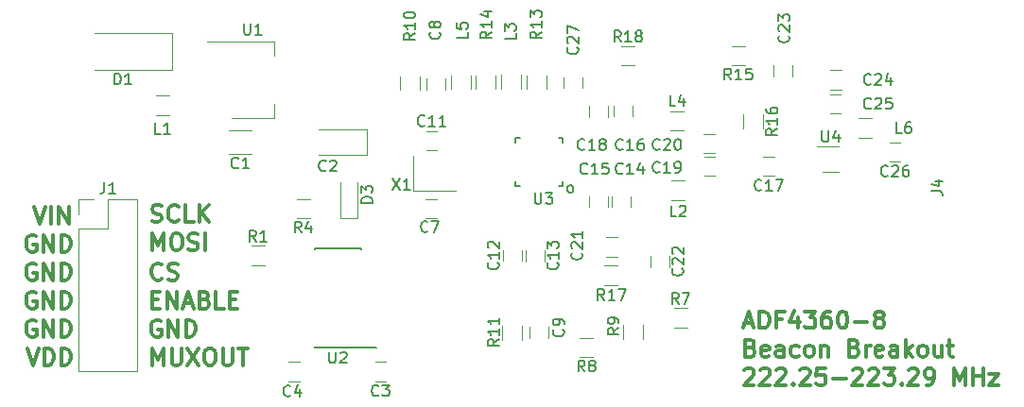
<source format=gbr>
G04 #@! TF.GenerationSoftware,KiCad,Pcbnew,(5.0.0-rc2-dev-311-g1dd4af297)*
G04 #@! TF.CreationDate,2018-06-18T13:27:12-07:00*
G04 #@! TF.ProjectId,beacon_pll,626561636F6E5F706C6C2E6B69636164,rev?*
G04 #@! TF.SameCoordinates,Original*
G04 #@! TF.FileFunction,Legend,Top*
G04 #@! TF.FilePolarity,Positive*
%FSLAX46Y46*%
G04 Gerber Fmt 4.6, Leading zero omitted, Abs format (unit mm)*
G04 Created by KiCad (PCBNEW (5.0.0-rc2-dev-311-g1dd4af297)) date 06/18/18 13:27:12*
%MOMM*%
%LPD*%
G01*
G04 APERTURE LIST*
%ADD10C,0.300000*%
%ADD11C,0.120000*%
%ADD12C,0.152400*%
%ADD13C,0.150000*%
G04 APERTURE END LIST*
D10*
X223746714Y-90283000D02*
X224461000Y-90283000D01*
X223603857Y-90711571D02*
X224103857Y-89211571D01*
X224603857Y-90711571D01*
X225103857Y-90711571D02*
X225103857Y-89211571D01*
X225461000Y-89211571D01*
X225675285Y-89283000D01*
X225818142Y-89425857D01*
X225889571Y-89568714D01*
X225961000Y-89854428D01*
X225961000Y-90068714D01*
X225889571Y-90354428D01*
X225818142Y-90497285D01*
X225675285Y-90640142D01*
X225461000Y-90711571D01*
X225103857Y-90711571D01*
X227103857Y-89925857D02*
X226603857Y-89925857D01*
X226603857Y-90711571D02*
X226603857Y-89211571D01*
X227318142Y-89211571D01*
X228532428Y-89711571D02*
X228532428Y-90711571D01*
X228175285Y-89140142D02*
X227818142Y-90211571D01*
X228746714Y-90211571D01*
X229175285Y-89211571D02*
X230103857Y-89211571D01*
X229603857Y-89783000D01*
X229818142Y-89783000D01*
X229961000Y-89854428D01*
X230032428Y-89925857D01*
X230103857Y-90068714D01*
X230103857Y-90425857D01*
X230032428Y-90568714D01*
X229961000Y-90640142D01*
X229818142Y-90711571D01*
X229389571Y-90711571D01*
X229246714Y-90640142D01*
X229175285Y-90568714D01*
X231389571Y-89211571D02*
X231103857Y-89211571D01*
X230961000Y-89283000D01*
X230889571Y-89354428D01*
X230746714Y-89568714D01*
X230675285Y-89854428D01*
X230675285Y-90425857D01*
X230746714Y-90568714D01*
X230818142Y-90640142D01*
X230961000Y-90711571D01*
X231246714Y-90711571D01*
X231389571Y-90640142D01*
X231461000Y-90568714D01*
X231532428Y-90425857D01*
X231532428Y-90068714D01*
X231461000Y-89925857D01*
X231389571Y-89854428D01*
X231246714Y-89783000D01*
X230961000Y-89783000D01*
X230818142Y-89854428D01*
X230746714Y-89925857D01*
X230675285Y-90068714D01*
X232461000Y-89211571D02*
X232603857Y-89211571D01*
X232746714Y-89283000D01*
X232818142Y-89354428D01*
X232889571Y-89497285D01*
X232961000Y-89783000D01*
X232961000Y-90140142D01*
X232889571Y-90425857D01*
X232818142Y-90568714D01*
X232746714Y-90640142D01*
X232603857Y-90711571D01*
X232461000Y-90711571D01*
X232318142Y-90640142D01*
X232246714Y-90568714D01*
X232175285Y-90425857D01*
X232103857Y-90140142D01*
X232103857Y-89783000D01*
X232175285Y-89497285D01*
X232246714Y-89354428D01*
X232318142Y-89283000D01*
X232461000Y-89211571D01*
X233603857Y-90140142D02*
X234746714Y-90140142D01*
X235675285Y-89854428D02*
X235532428Y-89783000D01*
X235461000Y-89711571D01*
X235389571Y-89568714D01*
X235389571Y-89497285D01*
X235461000Y-89354428D01*
X235532428Y-89283000D01*
X235675285Y-89211571D01*
X235961000Y-89211571D01*
X236103857Y-89283000D01*
X236175285Y-89354428D01*
X236246714Y-89497285D01*
X236246714Y-89568714D01*
X236175285Y-89711571D01*
X236103857Y-89783000D01*
X235961000Y-89854428D01*
X235675285Y-89854428D01*
X235532428Y-89925857D01*
X235461000Y-89997285D01*
X235389571Y-90140142D01*
X235389571Y-90425857D01*
X235461000Y-90568714D01*
X235532428Y-90640142D01*
X235675285Y-90711571D01*
X235961000Y-90711571D01*
X236103857Y-90640142D01*
X236175285Y-90568714D01*
X236246714Y-90425857D01*
X236246714Y-90140142D01*
X236175285Y-89997285D01*
X236103857Y-89925857D01*
X235961000Y-89854428D01*
X224318142Y-92475857D02*
X224532428Y-92547285D01*
X224603857Y-92618714D01*
X224675285Y-92761571D01*
X224675285Y-92975857D01*
X224603857Y-93118714D01*
X224532428Y-93190142D01*
X224389571Y-93261571D01*
X223818142Y-93261571D01*
X223818142Y-91761571D01*
X224318142Y-91761571D01*
X224461000Y-91833000D01*
X224532428Y-91904428D01*
X224603857Y-92047285D01*
X224603857Y-92190142D01*
X224532428Y-92333000D01*
X224461000Y-92404428D01*
X224318142Y-92475857D01*
X223818142Y-92475857D01*
X225889571Y-93190142D02*
X225746714Y-93261571D01*
X225461000Y-93261571D01*
X225318142Y-93190142D01*
X225246714Y-93047285D01*
X225246714Y-92475857D01*
X225318142Y-92333000D01*
X225461000Y-92261571D01*
X225746714Y-92261571D01*
X225889571Y-92333000D01*
X225961000Y-92475857D01*
X225961000Y-92618714D01*
X225246714Y-92761571D01*
X227246714Y-93261571D02*
X227246714Y-92475857D01*
X227175285Y-92333000D01*
X227032428Y-92261571D01*
X226746714Y-92261571D01*
X226603857Y-92333000D01*
X227246714Y-93190142D02*
X227103857Y-93261571D01*
X226746714Y-93261571D01*
X226603857Y-93190142D01*
X226532428Y-93047285D01*
X226532428Y-92904428D01*
X226603857Y-92761571D01*
X226746714Y-92690142D01*
X227103857Y-92690142D01*
X227246714Y-92618714D01*
X228603857Y-93190142D02*
X228461000Y-93261571D01*
X228175285Y-93261571D01*
X228032428Y-93190142D01*
X227961000Y-93118714D01*
X227889571Y-92975857D01*
X227889571Y-92547285D01*
X227961000Y-92404428D01*
X228032428Y-92333000D01*
X228175285Y-92261571D01*
X228461000Y-92261571D01*
X228603857Y-92333000D01*
X229461000Y-93261571D02*
X229318142Y-93190142D01*
X229246714Y-93118714D01*
X229175285Y-92975857D01*
X229175285Y-92547285D01*
X229246714Y-92404428D01*
X229318142Y-92333000D01*
X229461000Y-92261571D01*
X229675285Y-92261571D01*
X229818142Y-92333000D01*
X229889571Y-92404428D01*
X229961000Y-92547285D01*
X229961000Y-92975857D01*
X229889571Y-93118714D01*
X229818142Y-93190142D01*
X229675285Y-93261571D01*
X229461000Y-93261571D01*
X230603857Y-92261571D02*
X230603857Y-93261571D01*
X230603857Y-92404428D02*
X230675285Y-92333000D01*
X230818142Y-92261571D01*
X231032428Y-92261571D01*
X231175285Y-92333000D01*
X231246714Y-92475857D01*
X231246714Y-93261571D01*
X233603857Y-92475857D02*
X233818142Y-92547285D01*
X233889571Y-92618714D01*
X233961000Y-92761571D01*
X233961000Y-92975857D01*
X233889571Y-93118714D01*
X233818142Y-93190142D01*
X233675285Y-93261571D01*
X233103857Y-93261571D01*
X233103857Y-91761571D01*
X233603857Y-91761571D01*
X233746714Y-91833000D01*
X233818142Y-91904428D01*
X233889571Y-92047285D01*
X233889571Y-92190142D01*
X233818142Y-92333000D01*
X233746714Y-92404428D01*
X233603857Y-92475857D01*
X233103857Y-92475857D01*
X234603857Y-93261571D02*
X234603857Y-92261571D01*
X234603857Y-92547285D02*
X234675285Y-92404428D01*
X234746714Y-92333000D01*
X234889571Y-92261571D01*
X235032428Y-92261571D01*
X236103857Y-93190142D02*
X235961000Y-93261571D01*
X235675285Y-93261571D01*
X235532428Y-93190142D01*
X235461000Y-93047285D01*
X235461000Y-92475857D01*
X235532428Y-92333000D01*
X235675285Y-92261571D01*
X235961000Y-92261571D01*
X236103857Y-92333000D01*
X236175285Y-92475857D01*
X236175285Y-92618714D01*
X235461000Y-92761571D01*
X237461000Y-93261571D02*
X237461000Y-92475857D01*
X237389571Y-92333000D01*
X237246714Y-92261571D01*
X236961000Y-92261571D01*
X236818142Y-92333000D01*
X237461000Y-93190142D02*
X237318142Y-93261571D01*
X236961000Y-93261571D01*
X236818142Y-93190142D01*
X236746714Y-93047285D01*
X236746714Y-92904428D01*
X236818142Y-92761571D01*
X236961000Y-92690142D01*
X237318142Y-92690142D01*
X237461000Y-92618714D01*
X238175285Y-93261571D02*
X238175285Y-91761571D01*
X238318142Y-92690142D02*
X238746714Y-93261571D01*
X238746714Y-92261571D02*
X238175285Y-92833000D01*
X239603857Y-93261571D02*
X239461000Y-93190142D01*
X239389571Y-93118714D01*
X239318142Y-92975857D01*
X239318142Y-92547285D01*
X239389571Y-92404428D01*
X239461000Y-92333000D01*
X239603857Y-92261571D01*
X239818142Y-92261571D01*
X239961000Y-92333000D01*
X240032428Y-92404428D01*
X240103857Y-92547285D01*
X240103857Y-92975857D01*
X240032428Y-93118714D01*
X239961000Y-93190142D01*
X239818142Y-93261571D01*
X239603857Y-93261571D01*
X241389571Y-92261571D02*
X241389571Y-93261571D01*
X240746714Y-92261571D02*
X240746714Y-93047285D01*
X240818142Y-93190142D01*
X240961000Y-93261571D01*
X241175285Y-93261571D01*
X241318142Y-93190142D01*
X241389571Y-93118714D01*
X241889571Y-92261571D02*
X242461000Y-92261571D01*
X242103857Y-91761571D02*
X242103857Y-93047285D01*
X242175285Y-93190142D01*
X242318142Y-93261571D01*
X242461000Y-93261571D01*
X223746714Y-94454428D02*
X223818142Y-94383000D01*
X223961000Y-94311571D01*
X224318142Y-94311571D01*
X224461000Y-94383000D01*
X224532428Y-94454428D01*
X224603857Y-94597285D01*
X224603857Y-94740142D01*
X224532428Y-94954428D01*
X223675285Y-95811571D01*
X224603857Y-95811571D01*
X225175285Y-94454428D02*
X225246714Y-94383000D01*
X225389571Y-94311571D01*
X225746714Y-94311571D01*
X225889571Y-94383000D01*
X225961000Y-94454428D01*
X226032428Y-94597285D01*
X226032428Y-94740142D01*
X225961000Y-94954428D01*
X225103857Y-95811571D01*
X226032428Y-95811571D01*
X226603857Y-94454428D02*
X226675285Y-94383000D01*
X226818142Y-94311571D01*
X227175285Y-94311571D01*
X227318142Y-94383000D01*
X227389571Y-94454428D01*
X227461000Y-94597285D01*
X227461000Y-94740142D01*
X227389571Y-94954428D01*
X226532428Y-95811571D01*
X227461000Y-95811571D01*
X228103857Y-95668714D02*
X228175285Y-95740142D01*
X228103857Y-95811571D01*
X228032428Y-95740142D01*
X228103857Y-95668714D01*
X228103857Y-95811571D01*
X228746714Y-94454428D02*
X228818142Y-94383000D01*
X228961000Y-94311571D01*
X229318142Y-94311571D01*
X229461000Y-94383000D01*
X229532428Y-94454428D01*
X229603857Y-94597285D01*
X229603857Y-94740142D01*
X229532428Y-94954428D01*
X228675285Y-95811571D01*
X229603857Y-95811571D01*
X230961000Y-94311571D02*
X230246714Y-94311571D01*
X230175285Y-95025857D01*
X230246714Y-94954428D01*
X230389571Y-94883000D01*
X230746714Y-94883000D01*
X230889571Y-94954428D01*
X230961000Y-95025857D01*
X231032428Y-95168714D01*
X231032428Y-95525857D01*
X230961000Y-95668714D01*
X230889571Y-95740142D01*
X230746714Y-95811571D01*
X230389571Y-95811571D01*
X230246714Y-95740142D01*
X230175285Y-95668714D01*
X231675285Y-95240142D02*
X232818142Y-95240142D01*
X233461000Y-94454428D02*
X233532428Y-94383000D01*
X233675285Y-94311571D01*
X234032428Y-94311571D01*
X234175285Y-94383000D01*
X234246714Y-94454428D01*
X234318142Y-94597285D01*
X234318142Y-94740142D01*
X234246714Y-94954428D01*
X233389571Y-95811571D01*
X234318142Y-95811571D01*
X234889571Y-94454428D02*
X234961000Y-94383000D01*
X235103857Y-94311571D01*
X235461000Y-94311571D01*
X235603857Y-94383000D01*
X235675285Y-94454428D01*
X235746714Y-94597285D01*
X235746714Y-94740142D01*
X235675285Y-94954428D01*
X234818142Y-95811571D01*
X235746714Y-95811571D01*
X236246714Y-94311571D02*
X237175285Y-94311571D01*
X236675285Y-94883000D01*
X236889571Y-94883000D01*
X237032428Y-94954428D01*
X237103857Y-95025857D01*
X237175285Y-95168714D01*
X237175285Y-95525857D01*
X237103857Y-95668714D01*
X237032428Y-95740142D01*
X236889571Y-95811571D01*
X236461000Y-95811571D01*
X236318142Y-95740142D01*
X236246714Y-95668714D01*
X237818142Y-95668714D02*
X237889571Y-95740142D01*
X237818142Y-95811571D01*
X237746714Y-95740142D01*
X237818142Y-95668714D01*
X237818142Y-95811571D01*
X238461000Y-94454428D02*
X238532428Y-94383000D01*
X238675285Y-94311571D01*
X239032428Y-94311571D01*
X239175285Y-94383000D01*
X239246714Y-94454428D01*
X239318142Y-94597285D01*
X239318142Y-94740142D01*
X239246714Y-94954428D01*
X238389571Y-95811571D01*
X239318142Y-95811571D01*
X240032428Y-95811571D02*
X240318142Y-95811571D01*
X240461000Y-95740142D01*
X240532428Y-95668714D01*
X240675285Y-95454428D01*
X240746714Y-95168714D01*
X240746714Y-94597285D01*
X240675285Y-94454428D01*
X240603857Y-94383000D01*
X240461000Y-94311571D01*
X240175285Y-94311571D01*
X240032428Y-94383000D01*
X239961000Y-94454428D01*
X239889571Y-94597285D01*
X239889571Y-94954428D01*
X239961000Y-95097285D01*
X240032428Y-95168714D01*
X240175285Y-95240142D01*
X240461000Y-95240142D01*
X240603857Y-95168714D01*
X240675285Y-95097285D01*
X240746714Y-94954428D01*
X242532428Y-95811571D02*
X242532428Y-94311571D01*
X243032428Y-95383000D01*
X243532428Y-94311571D01*
X243532428Y-95811571D01*
X244246714Y-95811571D02*
X244246714Y-94311571D01*
X244246714Y-95025857D02*
X245103857Y-95025857D01*
X245103857Y-95811571D02*
X245103857Y-94311571D01*
X245675285Y-94811571D02*
X246461000Y-94811571D01*
X245675285Y-95811571D01*
X246461000Y-95811571D01*
X159544000Y-92523571D02*
X160044000Y-94023571D01*
X160544000Y-92523571D01*
X161044000Y-94023571D02*
X161044000Y-92523571D01*
X161401142Y-92523571D01*
X161615428Y-92595000D01*
X161758285Y-92737857D01*
X161829714Y-92880714D01*
X161901142Y-93166428D01*
X161901142Y-93380714D01*
X161829714Y-93666428D01*
X161758285Y-93809285D01*
X161615428Y-93952142D01*
X161401142Y-94023571D01*
X161044000Y-94023571D01*
X162544000Y-94023571D02*
X162544000Y-92523571D01*
X162901142Y-92523571D01*
X163115428Y-92595000D01*
X163258285Y-92737857D01*
X163329714Y-92880714D01*
X163401142Y-93166428D01*
X163401142Y-93380714D01*
X163329714Y-93666428D01*
X163258285Y-93809285D01*
X163115428Y-93952142D01*
X162901142Y-94023571D01*
X162544000Y-94023571D01*
X160274142Y-90055000D02*
X160131285Y-89983571D01*
X159917000Y-89983571D01*
X159702714Y-90055000D01*
X159559857Y-90197857D01*
X159488428Y-90340714D01*
X159417000Y-90626428D01*
X159417000Y-90840714D01*
X159488428Y-91126428D01*
X159559857Y-91269285D01*
X159702714Y-91412142D01*
X159917000Y-91483571D01*
X160059857Y-91483571D01*
X160274142Y-91412142D01*
X160345571Y-91340714D01*
X160345571Y-90840714D01*
X160059857Y-90840714D01*
X160988428Y-91483571D02*
X160988428Y-89983571D01*
X161845571Y-91483571D01*
X161845571Y-89983571D01*
X162559857Y-91483571D02*
X162559857Y-89983571D01*
X162917000Y-89983571D01*
X163131285Y-90055000D01*
X163274142Y-90197857D01*
X163345571Y-90340714D01*
X163417000Y-90626428D01*
X163417000Y-90840714D01*
X163345571Y-91126428D01*
X163274142Y-91269285D01*
X163131285Y-91412142D01*
X162917000Y-91483571D01*
X162559857Y-91483571D01*
X160274142Y-87515000D02*
X160131285Y-87443571D01*
X159917000Y-87443571D01*
X159702714Y-87515000D01*
X159559857Y-87657857D01*
X159488428Y-87800714D01*
X159417000Y-88086428D01*
X159417000Y-88300714D01*
X159488428Y-88586428D01*
X159559857Y-88729285D01*
X159702714Y-88872142D01*
X159917000Y-88943571D01*
X160059857Y-88943571D01*
X160274142Y-88872142D01*
X160345571Y-88800714D01*
X160345571Y-88300714D01*
X160059857Y-88300714D01*
X160988428Y-88943571D02*
X160988428Y-87443571D01*
X161845571Y-88943571D01*
X161845571Y-87443571D01*
X162559857Y-88943571D02*
X162559857Y-87443571D01*
X162917000Y-87443571D01*
X163131285Y-87515000D01*
X163274142Y-87657857D01*
X163345571Y-87800714D01*
X163417000Y-88086428D01*
X163417000Y-88300714D01*
X163345571Y-88586428D01*
X163274142Y-88729285D01*
X163131285Y-88872142D01*
X162917000Y-88943571D01*
X162559857Y-88943571D01*
X160274142Y-84975000D02*
X160131285Y-84903571D01*
X159917000Y-84903571D01*
X159702714Y-84975000D01*
X159559857Y-85117857D01*
X159488428Y-85260714D01*
X159417000Y-85546428D01*
X159417000Y-85760714D01*
X159488428Y-86046428D01*
X159559857Y-86189285D01*
X159702714Y-86332142D01*
X159917000Y-86403571D01*
X160059857Y-86403571D01*
X160274142Y-86332142D01*
X160345571Y-86260714D01*
X160345571Y-85760714D01*
X160059857Y-85760714D01*
X160988428Y-86403571D02*
X160988428Y-84903571D01*
X161845571Y-86403571D01*
X161845571Y-84903571D01*
X162559857Y-86403571D02*
X162559857Y-84903571D01*
X162917000Y-84903571D01*
X163131285Y-84975000D01*
X163274142Y-85117857D01*
X163345571Y-85260714D01*
X163417000Y-85546428D01*
X163417000Y-85760714D01*
X163345571Y-86046428D01*
X163274142Y-86189285D01*
X163131285Y-86332142D01*
X162917000Y-86403571D01*
X162559857Y-86403571D01*
X160274142Y-82435000D02*
X160131285Y-82363571D01*
X159917000Y-82363571D01*
X159702714Y-82435000D01*
X159559857Y-82577857D01*
X159488428Y-82720714D01*
X159417000Y-83006428D01*
X159417000Y-83220714D01*
X159488428Y-83506428D01*
X159559857Y-83649285D01*
X159702714Y-83792142D01*
X159917000Y-83863571D01*
X160059857Y-83863571D01*
X160274142Y-83792142D01*
X160345571Y-83720714D01*
X160345571Y-83220714D01*
X160059857Y-83220714D01*
X160988428Y-83863571D02*
X160988428Y-82363571D01*
X161845571Y-83863571D01*
X161845571Y-82363571D01*
X162559857Y-83863571D02*
X162559857Y-82363571D01*
X162917000Y-82363571D01*
X163131285Y-82435000D01*
X163274142Y-82577857D01*
X163345571Y-82720714D01*
X163417000Y-83006428D01*
X163417000Y-83220714D01*
X163345571Y-83506428D01*
X163274142Y-83649285D01*
X163131285Y-83792142D01*
X162917000Y-83863571D01*
X162559857Y-83863571D01*
X160155142Y-79823571D02*
X160655142Y-81323571D01*
X161155142Y-79823571D01*
X161655142Y-81323571D02*
X161655142Y-79823571D01*
X162369428Y-81323571D02*
X162369428Y-79823571D01*
X163226571Y-81323571D01*
X163226571Y-79823571D01*
X170736142Y-94023571D02*
X170736142Y-92523571D01*
X171236142Y-93595000D01*
X171736142Y-92523571D01*
X171736142Y-94023571D01*
X172450428Y-92523571D02*
X172450428Y-93737857D01*
X172521857Y-93880714D01*
X172593285Y-93952142D01*
X172736142Y-94023571D01*
X173021857Y-94023571D01*
X173164714Y-93952142D01*
X173236142Y-93880714D01*
X173307571Y-93737857D01*
X173307571Y-92523571D01*
X173879000Y-92523571D02*
X174879000Y-94023571D01*
X174879000Y-92523571D02*
X173879000Y-94023571D01*
X175736142Y-92523571D02*
X176021857Y-92523571D01*
X176164714Y-92595000D01*
X176307571Y-92737857D01*
X176379000Y-93023571D01*
X176379000Y-93523571D01*
X176307571Y-93809285D01*
X176164714Y-93952142D01*
X176021857Y-94023571D01*
X175736142Y-94023571D01*
X175593285Y-93952142D01*
X175450428Y-93809285D01*
X175379000Y-93523571D01*
X175379000Y-93023571D01*
X175450428Y-92737857D01*
X175593285Y-92595000D01*
X175736142Y-92523571D01*
X177021857Y-92523571D02*
X177021857Y-93737857D01*
X177093285Y-93880714D01*
X177164714Y-93952142D01*
X177307571Y-94023571D01*
X177593285Y-94023571D01*
X177736142Y-93952142D01*
X177807571Y-93880714D01*
X177879000Y-93737857D01*
X177879000Y-92523571D01*
X178379000Y-92523571D02*
X179236142Y-92523571D01*
X178807571Y-94023571D02*
X178807571Y-92523571D01*
X171450142Y-90055000D02*
X171307285Y-89983571D01*
X171093000Y-89983571D01*
X170878714Y-90055000D01*
X170735857Y-90197857D01*
X170664428Y-90340714D01*
X170593000Y-90626428D01*
X170593000Y-90840714D01*
X170664428Y-91126428D01*
X170735857Y-91269285D01*
X170878714Y-91412142D01*
X171093000Y-91483571D01*
X171235857Y-91483571D01*
X171450142Y-91412142D01*
X171521571Y-91340714D01*
X171521571Y-90840714D01*
X171235857Y-90840714D01*
X172164428Y-91483571D02*
X172164428Y-89983571D01*
X173021571Y-91483571D01*
X173021571Y-89983571D01*
X173735857Y-91483571D02*
X173735857Y-89983571D01*
X174093000Y-89983571D01*
X174307285Y-90055000D01*
X174450142Y-90197857D01*
X174521571Y-90340714D01*
X174593000Y-90626428D01*
X174593000Y-90840714D01*
X174521571Y-91126428D01*
X174450142Y-91269285D01*
X174307285Y-91412142D01*
X174093000Y-91483571D01*
X173735857Y-91483571D01*
X170712285Y-88157857D02*
X171212285Y-88157857D01*
X171426571Y-88943571D02*
X170712285Y-88943571D01*
X170712285Y-87443571D01*
X171426571Y-87443571D01*
X172069428Y-88943571D02*
X172069428Y-87443571D01*
X172926571Y-88943571D01*
X172926571Y-87443571D01*
X173569428Y-88515000D02*
X174283714Y-88515000D01*
X173426571Y-88943571D02*
X173926571Y-87443571D01*
X174426571Y-88943571D01*
X175426571Y-88157857D02*
X175640857Y-88229285D01*
X175712285Y-88300714D01*
X175783714Y-88443571D01*
X175783714Y-88657857D01*
X175712285Y-88800714D01*
X175640857Y-88872142D01*
X175498000Y-88943571D01*
X174926571Y-88943571D01*
X174926571Y-87443571D01*
X175426571Y-87443571D01*
X175569428Y-87515000D01*
X175640857Y-87586428D01*
X175712285Y-87729285D01*
X175712285Y-87872142D01*
X175640857Y-88015000D01*
X175569428Y-88086428D01*
X175426571Y-88157857D01*
X174926571Y-88157857D01*
X177140857Y-88943571D02*
X176426571Y-88943571D01*
X176426571Y-87443571D01*
X177640857Y-88157857D02*
X178140857Y-88157857D01*
X178355142Y-88943571D02*
X177640857Y-88943571D01*
X177640857Y-87443571D01*
X178355142Y-87443571D01*
X171581000Y-86260714D02*
X171509571Y-86332142D01*
X171295285Y-86403571D01*
X171152428Y-86403571D01*
X170938142Y-86332142D01*
X170795285Y-86189285D01*
X170723857Y-86046428D01*
X170652428Y-85760714D01*
X170652428Y-85546428D01*
X170723857Y-85260714D01*
X170795285Y-85117857D01*
X170938142Y-84975000D01*
X171152428Y-84903571D01*
X171295285Y-84903571D01*
X171509571Y-84975000D01*
X171581000Y-85046428D01*
X172152428Y-86332142D02*
X172366714Y-86403571D01*
X172723857Y-86403571D01*
X172866714Y-86332142D01*
X172938142Y-86260714D01*
X173009571Y-86117857D01*
X173009571Y-85975000D01*
X172938142Y-85832142D01*
X172866714Y-85760714D01*
X172723857Y-85689285D01*
X172438142Y-85617857D01*
X172295285Y-85546428D01*
X172223857Y-85475000D01*
X172152428Y-85332142D01*
X172152428Y-85189285D01*
X172223857Y-85046428D01*
X172295285Y-84975000D01*
X172438142Y-84903571D01*
X172795285Y-84903571D01*
X173009571Y-84975000D01*
X170743857Y-83736571D02*
X170743857Y-82236571D01*
X171243857Y-83308000D01*
X171743857Y-82236571D01*
X171743857Y-83736571D01*
X172743857Y-82236571D02*
X173029571Y-82236571D01*
X173172428Y-82308000D01*
X173315285Y-82450857D01*
X173386714Y-82736571D01*
X173386714Y-83236571D01*
X173315285Y-83522285D01*
X173172428Y-83665142D01*
X173029571Y-83736571D01*
X172743857Y-83736571D01*
X172601000Y-83665142D01*
X172458142Y-83522285D01*
X172386714Y-83236571D01*
X172386714Y-82736571D01*
X172458142Y-82450857D01*
X172601000Y-82308000D01*
X172743857Y-82236571D01*
X173958142Y-83665142D02*
X174172428Y-83736571D01*
X174529571Y-83736571D01*
X174672428Y-83665142D01*
X174743857Y-83593714D01*
X174815285Y-83450857D01*
X174815285Y-83308000D01*
X174743857Y-83165142D01*
X174672428Y-83093714D01*
X174529571Y-83022285D01*
X174243857Y-82950857D01*
X174101000Y-82879428D01*
X174029571Y-82808000D01*
X173958142Y-82665142D01*
X173958142Y-82522285D01*
X174029571Y-82379428D01*
X174101000Y-82308000D01*
X174243857Y-82236571D01*
X174601000Y-82236571D01*
X174815285Y-82308000D01*
X175458142Y-83736571D02*
X175458142Y-82236571D01*
X170692285Y-81125142D02*
X170906571Y-81196571D01*
X171263714Y-81196571D01*
X171406571Y-81125142D01*
X171478000Y-81053714D01*
X171549428Y-80910857D01*
X171549428Y-80768000D01*
X171478000Y-80625142D01*
X171406571Y-80553714D01*
X171263714Y-80482285D01*
X170978000Y-80410857D01*
X170835142Y-80339428D01*
X170763714Y-80268000D01*
X170692285Y-80125142D01*
X170692285Y-79982285D01*
X170763714Y-79839428D01*
X170835142Y-79768000D01*
X170978000Y-79696571D01*
X171335142Y-79696571D01*
X171549428Y-79768000D01*
X173049428Y-81053714D02*
X172978000Y-81125142D01*
X172763714Y-81196571D01*
X172620857Y-81196571D01*
X172406571Y-81125142D01*
X172263714Y-80982285D01*
X172192285Y-80839428D01*
X172120857Y-80553714D01*
X172120857Y-80339428D01*
X172192285Y-80053714D01*
X172263714Y-79910857D01*
X172406571Y-79768000D01*
X172620857Y-79696571D01*
X172763714Y-79696571D01*
X172978000Y-79768000D01*
X173049428Y-79839428D01*
X174406571Y-81196571D02*
X173692285Y-81196571D01*
X173692285Y-79696571D01*
X174906571Y-81196571D02*
X174906571Y-79696571D01*
X175763714Y-81196571D02*
X175120857Y-80339428D01*
X175763714Y-79696571D02*
X174906571Y-80553714D01*
D11*
X172224000Y-71619000D02*
X171024000Y-71619000D01*
X171024000Y-69859000D02*
X172224000Y-69859000D01*
X175605000Y-65043000D02*
X181615000Y-65043000D01*
X177855000Y-71863000D02*
X181615000Y-71863000D01*
X181615000Y-65043000D02*
X181615000Y-66303000D01*
X181615000Y-71863000D02*
X181615000Y-70603000D01*
X177594000Y-75061000D02*
X179594000Y-75061000D01*
X179594000Y-73021000D02*
X177594000Y-73021000D01*
X172461000Y-67563000D02*
X165561000Y-67563000D01*
X172461000Y-64263000D02*
X165561000Y-64263000D01*
X172461000Y-67563000D02*
X172461000Y-64263000D01*
X189912000Y-75191000D02*
X189912000Y-72891000D01*
X189912000Y-72891000D02*
X185612000Y-72891000D01*
X189912000Y-75191000D02*
X185612000Y-75191000D01*
X196187000Y-79160000D02*
X195187000Y-79160000D01*
X195187000Y-80860000D02*
X196187000Y-80860000D01*
X196938000Y-69314000D02*
X196938000Y-68314000D01*
X195238000Y-68314000D02*
X195238000Y-69314000D01*
X206209000Y-91579000D02*
X206209000Y-90579000D01*
X204509000Y-90579000D02*
X204509000Y-91579000D01*
X196227000Y-73064000D02*
X195227000Y-73064000D01*
X195227000Y-74764000D02*
X196227000Y-74764000D01*
X202116000Y-83701000D02*
X202116000Y-84701000D01*
X203816000Y-84701000D02*
X203816000Y-83701000D01*
X205828000Y-84721000D02*
X205828000Y-83721000D01*
X204128000Y-83721000D02*
X204128000Y-84721000D01*
X213575000Y-79875000D02*
X213575000Y-78875000D01*
X211875000Y-78875000D02*
X211875000Y-79875000D01*
X209843000Y-78875000D02*
X209843000Y-79875000D01*
X211543000Y-79875000D02*
X211543000Y-78875000D01*
X213702000Y-71747000D02*
X213702000Y-70747000D01*
X212002000Y-70747000D02*
X212002000Y-71747000D01*
X226413000Y-75350000D02*
X225413000Y-75350000D01*
X225413000Y-77050000D02*
X226413000Y-77050000D01*
X211543000Y-71767000D02*
X211543000Y-70767000D01*
X209843000Y-70767000D02*
X209843000Y-71767000D01*
X221119000Y-75350000D02*
X220119000Y-75350000D01*
X220119000Y-77050000D02*
X221119000Y-77050000D01*
X221079000Y-73318000D02*
X220079000Y-73318000D01*
X220079000Y-75018000D02*
X221079000Y-75018000D01*
X212336000Y-82589000D02*
X211336000Y-82589000D01*
X211336000Y-84289000D02*
X212336000Y-84289000D01*
X215304000Y-84229000D02*
X215304000Y-85229000D01*
X217004000Y-85229000D02*
X217004000Y-84229000D01*
X226353000Y-67171000D02*
X226353000Y-68171000D01*
X228053000Y-68171000D02*
X228053000Y-67171000D01*
X231402000Y-69303000D02*
X232402000Y-69303000D01*
X232402000Y-67603000D02*
X231402000Y-67603000D01*
X232382000Y-69762000D02*
X231382000Y-69762000D01*
X231382000Y-71462000D02*
X232382000Y-71462000D01*
X237716000Y-74080000D02*
X236716000Y-74080000D01*
X236716000Y-75780000D02*
X237716000Y-75780000D01*
X209257000Y-69207000D02*
X209257000Y-68207000D01*
X207557000Y-68207000D02*
X207557000Y-69207000D01*
X187591000Y-80860000D02*
X189091000Y-80860000D01*
X187591000Y-80860000D02*
X187591000Y-77660000D01*
X189091000Y-77660000D02*
X189091000Y-80860000D01*
X218405000Y-79239000D02*
X217205000Y-79239000D01*
X217205000Y-77479000D02*
X218405000Y-77479000D01*
X201939000Y-69227000D02*
X201939000Y-68027000D01*
X203699000Y-68027000D02*
X203699000Y-69227000D01*
X217125000Y-71256000D02*
X218325000Y-71256000D01*
X218325000Y-73016000D02*
X217125000Y-73016000D01*
X199254000Y-68060000D02*
X199254000Y-69260000D01*
X197494000Y-69260000D02*
X197494000Y-68060000D01*
X235122000Y-73651000D02*
X233922000Y-73651000D01*
X233922000Y-71891000D02*
X235122000Y-71891000D01*
X183630000Y-79130000D02*
X184830000Y-79130000D01*
X184830000Y-80890000D02*
X183630000Y-80890000D01*
X217412000Y-88909000D02*
X218612000Y-88909000D01*
X218612000Y-90669000D02*
X217412000Y-90669000D01*
X208997000Y-91576000D02*
X210197000Y-91576000D01*
X210197000Y-93336000D02*
X208997000Y-93336000D01*
X214621000Y-90459000D02*
X214621000Y-91659000D01*
X212861000Y-91659000D02*
X212861000Y-90459000D01*
X192922000Y-69354000D02*
X192922000Y-68154000D01*
X194682000Y-68154000D02*
X194682000Y-69354000D01*
X203826000Y-90539000D02*
X203826000Y-91739000D01*
X202066000Y-91739000D02*
X202066000Y-90539000D01*
X205985000Y-68060000D02*
X205985000Y-69260000D01*
X204225000Y-69260000D02*
X204225000Y-68060000D01*
X199653000Y-69260000D02*
X199653000Y-68060000D01*
X201413000Y-68060000D02*
X201413000Y-69260000D01*
X223786000Y-67174000D02*
X222586000Y-67174000D01*
X222586000Y-65414000D02*
X223786000Y-65414000D01*
X225416000Y-71583000D02*
X225416000Y-72783000D01*
X223656000Y-72783000D02*
X223656000Y-71583000D01*
X212356000Y-86859000D02*
X211156000Y-86859000D01*
X211156000Y-85099000D02*
X212356000Y-85099000D01*
X212713000Y-65414000D02*
X213913000Y-65414000D01*
X213913000Y-67174000D02*
X212713000Y-67174000D01*
D12*
X207094140Y-77939900D02*
X207479900Y-77939900D01*
X203238100Y-77554140D02*
X203238100Y-77939900D01*
X203623860Y-73698100D02*
X203238100Y-73698100D01*
X207479900Y-74083860D02*
X207479900Y-73698100D01*
X207479900Y-77939900D02*
X207479900Y-77554140D01*
X203238100Y-77939900D02*
X203623860Y-77939900D01*
X203238100Y-73698100D02*
X203238100Y-74083860D01*
X207479900Y-73698100D02*
X207094140Y-73698100D01*
D11*
X230754000Y-76725000D02*
X232154000Y-76725000D01*
X232154000Y-74405000D02*
X230254000Y-74405000D01*
X194061000Y-78410000D02*
X197861000Y-78410000D01*
X194061000Y-75260000D02*
X194061000Y-78410000D01*
X190655000Y-95465000D02*
X191655000Y-95465000D01*
X191655000Y-93765000D02*
X190655000Y-93765000D01*
X182888000Y-95465000D02*
X183888000Y-95465000D01*
X183888000Y-93765000D02*
X182888000Y-93765000D01*
X164151000Y-79188000D02*
X165481000Y-79188000D01*
X164151000Y-80518000D02*
X164151000Y-79188000D01*
X166751000Y-79188000D02*
X169351000Y-79188000D01*
X166751000Y-81788000D02*
X166751000Y-79188000D01*
X164151000Y-81788000D02*
X166751000Y-81788000D01*
X169351000Y-79188000D02*
X169351000Y-94548000D01*
X164151000Y-81788000D02*
X164151000Y-94548000D01*
X164151000Y-94548000D02*
X169351000Y-94548000D01*
X179566000Y-83321000D02*
X180766000Y-83321000D01*
X180766000Y-85081000D02*
X179566000Y-85081000D01*
D13*
X189400000Y-92436000D02*
X190775000Y-92436000D01*
X189400000Y-83561000D02*
X185250000Y-83561000D01*
X189400000Y-92461000D02*
X185250000Y-92461000D01*
X189400000Y-83561000D02*
X189400000Y-83676000D01*
X185250000Y-83561000D02*
X185250000Y-83676000D01*
X185250000Y-92461000D02*
X185250000Y-92346000D01*
X189400000Y-92461000D02*
X189400000Y-92436000D01*
X171457333Y-73291380D02*
X170981142Y-73291380D01*
X170981142Y-72291380D01*
X172314476Y-73291380D02*
X171743047Y-73291380D01*
X172028761Y-73291380D02*
X172028761Y-72291380D01*
X171933523Y-72434238D01*
X171838285Y-72529476D01*
X171743047Y-72577095D01*
X178943095Y-63405380D02*
X178943095Y-64214904D01*
X178990714Y-64310142D01*
X179038333Y-64357761D01*
X179133571Y-64405380D01*
X179324047Y-64405380D01*
X179419285Y-64357761D01*
X179466904Y-64310142D01*
X179514523Y-64214904D01*
X179514523Y-63405380D01*
X180514523Y-64405380D02*
X179943095Y-64405380D01*
X180228809Y-64405380D02*
X180228809Y-63405380D01*
X180133571Y-63548238D01*
X180038333Y-63643476D01*
X179943095Y-63691095D01*
X178427333Y-76303142D02*
X178379714Y-76350761D01*
X178236857Y-76398380D01*
X178141619Y-76398380D01*
X177998761Y-76350761D01*
X177903523Y-76255523D01*
X177855904Y-76160285D01*
X177808285Y-75969809D01*
X177808285Y-75826952D01*
X177855904Y-75636476D01*
X177903523Y-75541238D01*
X177998761Y-75446000D01*
X178141619Y-75398380D01*
X178236857Y-75398380D01*
X178379714Y-75446000D01*
X178427333Y-75493619D01*
X179379714Y-76398380D02*
X178808285Y-76398380D01*
X179094000Y-76398380D02*
X179094000Y-75398380D01*
X178998761Y-75541238D01*
X178903523Y-75636476D01*
X178808285Y-75684095D01*
X167322904Y-68865380D02*
X167322904Y-67865380D01*
X167561000Y-67865380D01*
X167703857Y-67913000D01*
X167799095Y-68008238D01*
X167846714Y-68103476D01*
X167894333Y-68293952D01*
X167894333Y-68436809D01*
X167846714Y-68627285D01*
X167799095Y-68722523D01*
X167703857Y-68817761D01*
X167561000Y-68865380D01*
X167322904Y-68865380D01*
X168846714Y-68865380D02*
X168275285Y-68865380D01*
X168561000Y-68865380D02*
X168561000Y-67865380D01*
X168465761Y-68008238D01*
X168370523Y-68103476D01*
X168275285Y-68151095D01*
X186269333Y-76557142D02*
X186221714Y-76604761D01*
X186078857Y-76652380D01*
X185983619Y-76652380D01*
X185840761Y-76604761D01*
X185745523Y-76509523D01*
X185697904Y-76414285D01*
X185650285Y-76223809D01*
X185650285Y-76080952D01*
X185697904Y-75890476D01*
X185745523Y-75795238D01*
X185840761Y-75700000D01*
X185983619Y-75652380D01*
X186078857Y-75652380D01*
X186221714Y-75700000D01*
X186269333Y-75747619D01*
X186650285Y-75747619D02*
X186697904Y-75700000D01*
X186793142Y-75652380D01*
X187031238Y-75652380D01*
X187126476Y-75700000D01*
X187174095Y-75747619D01*
X187221714Y-75842857D01*
X187221714Y-75938095D01*
X187174095Y-76080952D01*
X186602666Y-76652380D01*
X187221714Y-76652380D01*
X195393333Y-82018142D02*
X195345714Y-82065761D01*
X195202857Y-82113380D01*
X195107619Y-82113380D01*
X194964761Y-82065761D01*
X194869523Y-81970523D01*
X194821904Y-81875285D01*
X194774285Y-81684809D01*
X194774285Y-81541952D01*
X194821904Y-81351476D01*
X194869523Y-81256238D01*
X194964761Y-81161000D01*
X195107619Y-81113380D01*
X195202857Y-81113380D01*
X195345714Y-81161000D01*
X195393333Y-81208619D01*
X195726666Y-81113380D02*
X196393333Y-81113380D01*
X195964761Y-82113380D01*
X196445142Y-64174666D02*
X196492761Y-64222285D01*
X196540380Y-64365142D01*
X196540380Y-64460380D01*
X196492761Y-64603238D01*
X196397523Y-64698476D01*
X196302285Y-64746095D01*
X196111809Y-64793714D01*
X195968952Y-64793714D01*
X195778476Y-64746095D01*
X195683238Y-64698476D01*
X195588000Y-64603238D01*
X195540380Y-64460380D01*
X195540380Y-64365142D01*
X195588000Y-64222285D01*
X195635619Y-64174666D01*
X195968952Y-63603238D02*
X195921333Y-63698476D01*
X195873714Y-63746095D01*
X195778476Y-63793714D01*
X195730857Y-63793714D01*
X195635619Y-63746095D01*
X195588000Y-63698476D01*
X195540380Y-63603238D01*
X195540380Y-63412761D01*
X195588000Y-63317523D01*
X195635619Y-63269904D01*
X195730857Y-63222285D01*
X195778476Y-63222285D01*
X195873714Y-63269904D01*
X195921333Y-63317523D01*
X195968952Y-63412761D01*
X195968952Y-63603238D01*
X196016571Y-63698476D01*
X196064190Y-63746095D01*
X196159428Y-63793714D01*
X196349904Y-63793714D01*
X196445142Y-63746095D01*
X196492761Y-63698476D01*
X196540380Y-63603238D01*
X196540380Y-63412761D01*
X196492761Y-63317523D01*
X196445142Y-63269904D01*
X196349904Y-63222285D01*
X196159428Y-63222285D01*
X196064190Y-63269904D01*
X196016571Y-63317523D01*
X195968952Y-63412761D01*
X207494142Y-90844666D02*
X207541761Y-90892285D01*
X207589380Y-91035142D01*
X207589380Y-91130380D01*
X207541761Y-91273238D01*
X207446523Y-91368476D01*
X207351285Y-91416095D01*
X207160809Y-91463714D01*
X207017952Y-91463714D01*
X206827476Y-91416095D01*
X206732238Y-91368476D01*
X206637000Y-91273238D01*
X206589380Y-91130380D01*
X206589380Y-91035142D01*
X206637000Y-90892285D01*
X206684619Y-90844666D01*
X207589380Y-90368476D02*
X207589380Y-90178000D01*
X207541761Y-90082761D01*
X207494142Y-90035142D01*
X207351285Y-89939904D01*
X207160809Y-89892285D01*
X206779857Y-89892285D01*
X206684619Y-89939904D01*
X206637000Y-89987523D01*
X206589380Y-90082761D01*
X206589380Y-90273238D01*
X206637000Y-90368476D01*
X206684619Y-90416095D01*
X206779857Y-90463714D01*
X207017952Y-90463714D01*
X207113190Y-90416095D01*
X207160809Y-90368476D01*
X207208428Y-90273238D01*
X207208428Y-90082761D01*
X207160809Y-89987523D01*
X207113190Y-89939904D01*
X207017952Y-89892285D01*
X195084142Y-72521142D02*
X195036523Y-72568761D01*
X194893666Y-72616380D01*
X194798428Y-72616380D01*
X194655571Y-72568761D01*
X194560333Y-72473523D01*
X194512714Y-72378285D01*
X194465095Y-72187809D01*
X194465095Y-72044952D01*
X194512714Y-71854476D01*
X194560333Y-71759238D01*
X194655571Y-71664000D01*
X194798428Y-71616380D01*
X194893666Y-71616380D01*
X195036523Y-71664000D01*
X195084142Y-71711619D01*
X196036523Y-72616380D02*
X195465095Y-72616380D01*
X195750809Y-72616380D02*
X195750809Y-71616380D01*
X195655571Y-71759238D01*
X195560333Y-71854476D01*
X195465095Y-71902095D01*
X196988904Y-72616380D02*
X196417476Y-72616380D01*
X196703190Y-72616380D02*
X196703190Y-71616380D01*
X196607952Y-71759238D01*
X196512714Y-71854476D01*
X196417476Y-71902095D01*
X201652142Y-84843857D02*
X201699761Y-84891476D01*
X201747380Y-85034333D01*
X201747380Y-85129571D01*
X201699761Y-85272428D01*
X201604523Y-85367666D01*
X201509285Y-85415285D01*
X201318809Y-85462904D01*
X201175952Y-85462904D01*
X200985476Y-85415285D01*
X200890238Y-85367666D01*
X200795000Y-85272428D01*
X200747380Y-85129571D01*
X200747380Y-85034333D01*
X200795000Y-84891476D01*
X200842619Y-84843857D01*
X201747380Y-83891476D02*
X201747380Y-84462904D01*
X201747380Y-84177190D02*
X200747380Y-84177190D01*
X200890238Y-84272428D01*
X200985476Y-84367666D01*
X201033095Y-84462904D01*
X200842619Y-83510523D02*
X200795000Y-83462904D01*
X200747380Y-83367666D01*
X200747380Y-83129571D01*
X200795000Y-83034333D01*
X200842619Y-82986714D01*
X200937857Y-82939095D01*
X201033095Y-82939095D01*
X201175952Y-82986714D01*
X201747380Y-83558142D01*
X201747380Y-82939095D01*
X206986142Y-84843857D02*
X207033761Y-84891476D01*
X207081380Y-85034333D01*
X207081380Y-85129571D01*
X207033761Y-85272428D01*
X206938523Y-85367666D01*
X206843285Y-85415285D01*
X206652809Y-85462904D01*
X206509952Y-85462904D01*
X206319476Y-85415285D01*
X206224238Y-85367666D01*
X206129000Y-85272428D01*
X206081380Y-85129571D01*
X206081380Y-85034333D01*
X206129000Y-84891476D01*
X206176619Y-84843857D01*
X207081380Y-83891476D02*
X207081380Y-84462904D01*
X207081380Y-84177190D02*
X206081380Y-84177190D01*
X206224238Y-84272428D01*
X206319476Y-84367666D01*
X206367095Y-84462904D01*
X206081380Y-83558142D02*
X206081380Y-82939095D01*
X206462333Y-83272428D01*
X206462333Y-83129571D01*
X206509952Y-83034333D01*
X206557571Y-82986714D01*
X206652809Y-82939095D01*
X206890904Y-82939095D01*
X206986142Y-82986714D01*
X207033761Y-83034333D01*
X207081380Y-83129571D01*
X207081380Y-83415285D01*
X207033761Y-83510523D01*
X206986142Y-83558142D01*
X212844142Y-76811142D02*
X212796523Y-76858761D01*
X212653666Y-76906380D01*
X212558428Y-76906380D01*
X212415571Y-76858761D01*
X212320333Y-76763523D01*
X212272714Y-76668285D01*
X212225095Y-76477809D01*
X212225095Y-76334952D01*
X212272714Y-76144476D01*
X212320333Y-76049238D01*
X212415571Y-75954000D01*
X212558428Y-75906380D01*
X212653666Y-75906380D01*
X212796523Y-75954000D01*
X212844142Y-76001619D01*
X213796523Y-76906380D02*
X213225095Y-76906380D01*
X213510809Y-76906380D02*
X213510809Y-75906380D01*
X213415571Y-76049238D01*
X213320333Y-76144476D01*
X213225095Y-76192095D01*
X214653666Y-76239714D02*
X214653666Y-76906380D01*
X214415571Y-75858761D02*
X214177476Y-76573047D01*
X214796523Y-76573047D01*
X209669142Y-76811142D02*
X209621523Y-76858761D01*
X209478666Y-76906380D01*
X209383428Y-76906380D01*
X209240571Y-76858761D01*
X209145333Y-76763523D01*
X209097714Y-76668285D01*
X209050095Y-76477809D01*
X209050095Y-76334952D01*
X209097714Y-76144476D01*
X209145333Y-76049238D01*
X209240571Y-75954000D01*
X209383428Y-75906380D01*
X209478666Y-75906380D01*
X209621523Y-75954000D01*
X209669142Y-76001619D01*
X210621523Y-76906380D02*
X210050095Y-76906380D01*
X210335809Y-76906380D02*
X210335809Y-75906380D01*
X210240571Y-76049238D01*
X210145333Y-76144476D01*
X210050095Y-76192095D01*
X211526285Y-75906380D02*
X211050095Y-75906380D01*
X211002476Y-76382571D01*
X211050095Y-76334952D01*
X211145333Y-76287333D01*
X211383428Y-76287333D01*
X211478666Y-76334952D01*
X211526285Y-76382571D01*
X211573904Y-76477809D01*
X211573904Y-76715904D01*
X211526285Y-76811142D01*
X211478666Y-76858761D01*
X211383428Y-76906380D01*
X211145333Y-76906380D01*
X211050095Y-76858761D01*
X211002476Y-76811142D01*
X212844142Y-74652142D02*
X212796523Y-74699761D01*
X212653666Y-74747380D01*
X212558428Y-74747380D01*
X212415571Y-74699761D01*
X212320333Y-74604523D01*
X212272714Y-74509285D01*
X212225095Y-74318809D01*
X212225095Y-74175952D01*
X212272714Y-73985476D01*
X212320333Y-73890238D01*
X212415571Y-73795000D01*
X212558428Y-73747380D01*
X212653666Y-73747380D01*
X212796523Y-73795000D01*
X212844142Y-73842619D01*
X213796523Y-74747380D02*
X213225095Y-74747380D01*
X213510809Y-74747380D02*
X213510809Y-73747380D01*
X213415571Y-73890238D01*
X213320333Y-73985476D01*
X213225095Y-74033095D01*
X214653666Y-73747380D02*
X214463190Y-73747380D01*
X214367952Y-73795000D01*
X214320333Y-73842619D01*
X214225095Y-73985476D01*
X214177476Y-74175952D01*
X214177476Y-74556904D01*
X214225095Y-74652142D01*
X214272714Y-74699761D01*
X214367952Y-74747380D01*
X214558428Y-74747380D01*
X214653666Y-74699761D01*
X214701285Y-74652142D01*
X214748904Y-74556904D01*
X214748904Y-74318809D01*
X214701285Y-74223571D01*
X214653666Y-74175952D01*
X214558428Y-74128333D01*
X214367952Y-74128333D01*
X214272714Y-74175952D01*
X214225095Y-74223571D01*
X214177476Y-74318809D01*
X225270142Y-78307142D02*
X225222523Y-78354761D01*
X225079666Y-78402380D01*
X224984428Y-78402380D01*
X224841571Y-78354761D01*
X224746333Y-78259523D01*
X224698714Y-78164285D01*
X224651095Y-77973809D01*
X224651095Y-77830952D01*
X224698714Y-77640476D01*
X224746333Y-77545238D01*
X224841571Y-77450000D01*
X224984428Y-77402380D01*
X225079666Y-77402380D01*
X225222523Y-77450000D01*
X225270142Y-77497619D01*
X226222523Y-78402380D02*
X225651095Y-78402380D01*
X225936809Y-78402380D02*
X225936809Y-77402380D01*
X225841571Y-77545238D01*
X225746333Y-77640476D01*
X225651095Y-77688095D01*
X226555857Y-77402380D02*
X227222523Y-77402380D01*
X226793952Y-78402380D01*
X209415142Y-74652142D02*
X209367523Y-74699761D01*
X209224666Y-74747380D01*
X209129428Y-74747380D01*
X208986571Y-74699761D01*
X208891333Y-74604523D01*
X208843714Y-74509285D01*
X208796095Y-74318809D01*
X208796095Y-74175952D01*
X208843714Y-73985476D01*
X208891333Y-73890238D01*
X208986571Y-73795000D01*
X209129428Y-73747380D01*
X209224666Y-73747380D01*
X209367523Y-73795000D01*
X209415142Y-73842619D01*
X210367523Y-74747380D02*
X209796095Y-74747380D01*
X210081809Y-74747380D02*
X210081809Y-73747380D01*
X209986571Y-73890238D01*
X209891333Y-73985476D01*
X209796095Y-74033095D01*
X210938952Y-74175952D02*
X210843714Y-74128333D01*
X210796095Y-74080714D01*
X210748476Y-73985476D01*
X210748476Y-73937857D01*
X210796095Y-73842619D01*
X210843714Y-73795000D01*
X210938952Y-73747380D01*
X211129428Y-73747380D01*
X211224666Y-73795000D01*
X211272285Y-73842619D01*
X211319904Y-73937857D01*
X211319904Y-73985476D01*
X211272285Y-74080714D01*
X211224666Y-74128333D01*
X211129428Y-74175952D01*
X210938952Y-74175952D01*
X210843714Y-74223571D01*
X210796095Y-74271190D01*
X210748476Y-74366428D01*
X210748476Y-74556904D01*
X210796095Y-74652142D01*
X210843714Y-74699761D01*
X210938952Y-74747380D01*
X211129428Y-74747380D01*
X211224666Y-74699761D01*
X211272285Y-74652142D01*
X211319904Y-74556904D01*
X211319904Y-74366428D01*
X211272285Y-74271190D01*
X211224666Y-74223571D01*
X211129428Y-74175952D01*
X216146142Y-76684142D02*
X216098523Y-76731761D01*
X215955666Y-76779380D01*
X215860428Y-76779380D01*
X215717571Y-76731761D01*
X215622333Y-76636523D01*
X215574714Y-76541285D01*
X215527095Y-76350809D01*
X215527095Y-76207952D01*
X215574714Y-76017476D01*
X215622333Y-75922238D01*
X215717571Y-75827000D01*
X215860428Y-75779380D01*
X215955666Y-75779380D01*
X216098523Y-75827000D01*
X216146142Y-75874619D01*
X217098523Y-76779380D02*
X216527095Y-76779380D01*
X216812809Y-76779380D02*
X216812809Y-75779380D01*
X216717571Y-75922238D01*
X216622333Y-76017476D01*
X216527095Y-76065095D01*
X217574714Y-76779380D02*
X217765190Y-76779380D01*
X217860428Y-76731761D01*
X217908047Y-76684142D01*
X218003285Y-76541285D01*
X218050904Y-76350809D01*
X218050904Y-75969857D01*
X218003285Y-75874619D01*
X217955666Y-75827000D01*
X217860428Y-75779380D01*
X217669952Y-75779380D01*
X217574714Y-75827000D01*
X217527095Y-75874619D01*
X217479476Y-75969857D01*
X217479476Y-76207952D01*
X217527095Y-76303190D01*
X217574714Y-76350809D01*
X217669952Y-76398428D01*
X217860428Y-76398428D01*
X217955666Y-76350809D01*
X218003285Y-76303190D01*
X218050904Y-76207952D01*
X216146142Y-74652142D02*
X216098523Y-74699761D01*
X215955666Y-74747380D01*
X215860428Y-74747380D01*
X215717571Y-74699761D01*
X215622333Y-74604523D01*
X215574714Y-74509285D01*
X215527095Y-74318809D01*
X215527095Y-74175952D01*
X215574714Y-73985476D01*
X215622333Y-73890238D01*
X215717571Y-73795000D01*
X215860428Y-73747380D01*
X215955666Y-73747380D01*
X216098523Y-73795000D01*
X216146142Y-73842619D01*
X216527095Y-73842619D02*
X216574714Y-73795000D01*
X216669952Y-73747380D01*
X216908047Y-73747380D01*
X217003285Y-73795000D01*
X217050904Y-73842619D01*
X217098523Y-73937857D01*
X217098523Y-74033095D01*
X217050904Y-74175952D01*
X216479476Y-74747380D01*
X217098523Y-74747380D01*
X217717571Y-73747380D02*
X217812809Y-73747380D01*
X217908047Y-73795000D01*
X217955666Y-73842619D01*
X218003285Y-73937857D01*
X218050904Y-74128333D01*
X218050904Y-74366428D01*
X218003285Y-74556904D01*
X217955666Y-74652142D01*
X217908047Y-74699761D01*
X217812809Y-74747380D01*
X217717571Y-74747380D01*
X217622333Y-74699761D01*
X217574714Y-74652142D01*
X217527095Y-74556904D01*
X217479476Y-74366428D01*
X217479476Y-74128333D01*
X217527095Y-73937857D01*
X217574714Y-73842619D01*
X217622333Y-73795000D01*
X217717571Y-73747380D01*
X209145142Y-83954857D02*
X209192761Y-84002476D01*
X209240380Y-84145333D01*
X209240380Y-84240571D01*
X209192761Y-84383428D01*
X209097523Y-84478666D01*
X209002285Y-84526285D01*
X208811809Y-84573904D01*
X208668952Y-84573904D01*
X208478476Y-84526285D01*
X208383238Y-84478666D01*
X208288000Y-84383428D01*
X208240380Y-84240571D01*
X208240380Y-84145333D01*
X208288000Y-84002476D01*
X208335619Y-83954857D01*
X208335619Y-83573904D02*
X208288000Y-83526285D01*
X208240380Y-83431047D01*
X208240380Y-83192952D01*
X208288000Y-83097714D01*
X208335619Y-83050095D01*
X208430857Y-83002476D01*
X208526095Y-83002476D01*
X208668952Y-83050095D01*
X209240380Y-83621523D01*
X209240380Y-83002476D01*
X209240380Y-82050095D02*
X209240380Y-82621523D01*
X209240380Y-82335809D02*
X208240380Y-82335809D01*
X208383238Y-82431047D01*
X208478476Y-82526285D01*
X208526095Y-82621523D01*
X218162142Y-85371857D02*
X218209761Y-85419476D01*
X218257380Y-85562333D01*
X218257380Y-85657571D01*
X218209761Y-85800428D01*
X218114523Y-85895666D01*
X218019285Y-85943285D01*
X217828809Y-85990904D01*
X217685952Y-85990904D01*
X217495476Y-85943285D01*
X217400238Y-85895666D01*
X217305000Y-85800428D01*
X217257380Y-85657571D01*
X217257380Y-85562333D01*
X217305000Y-85419476D01*
X217352619Y-85371857D01*
X217352619Y-84990904D02*
X217305000Y-84943285D01*
X217257380Y-84848047D01*
X217257380Y-84609952D01*
X217305000Y-84514714D01*
X217352619Y-84467095D01*
X217447857Y-84419476D01*
X217543095Y-84419476D01*
X217685952Y-84467095D01*
X218257380Y-85038523D01*
X218257380Y-84419476D01*
X217352619Y-84038523D02*
X217305000Y-83990904D01*
X217257380Y-83895666D01*
X217257380Y-83657571D01*
X217305000Y-83562333D01*
X217352619Y-83514714D01*
X217447857Y-83467095D01*
X217543095Y-83467095D01*
X217685952Y-83514714D01*
X218257380Y-84086142D01*
X218257380Y-83467095D01*
X227687142Y-64483857D02*
X227734761Y-64531476D01*
X227782380Y-64674333D01*
X227782380Y-64769571D01*
X227734761Y-64912428D01*
X227639523Y-65007666D01*
X227544285Y-65055285D01*
X227353809Y-65102904D01*
X227210952Y-65102904D01*
X227020476Y-65055285D01*
X226925238Y-65007666D01*
X226830000Y-64912428D01*
X226782380Y-64769571D01*
X226782380Y-64674333D01*
X226830000Y-64531476D01*
X226877619Y-64483857D01*
X226877619Y-64102904D02*
X226830000Y-64055285D01*
X226782380Y-63960047D01*
X226782380Y-63721952D01*
X226830000Y-63626714D01*
X226877619Y-63579095D01*
X226972857Y-63531476D01*
X227068095Y-63531476D01*
X227210952Y-63579095D01*
X227782380Y-64150523D01*
X227782380Y-63531476D01*
X226782380Y-63198142D02*
X226782380Y-62579095D01*
X227163333Y-62912428D01*
X227163333Y-62769571D01*
X227210952Y-62674333D01*
X227258571Y-62626714D01*
X227353809Y-62579095D01*
X227591904Y-62579095D01*
X227687142Y-62626714D01*
X227734761Y-62674333D01*
X227782380Y-62769571D01*
X227782380Y-63055285D01*
X227734761Y-63150523D01*
X227687142Y-63198142D01*
X235049142Y-68810142D02*
X235001523Y-68857761D01*
X234858666Y-68905380D01*
X234763428Y-68905380D01*
X234620571Y-68857761D01*
X234525333Y-68762523D01*
X234477714Y-68667285D01*
X234430095Y-68476809D01*
X234430095Y-68333952D01*
X234477714Y-68143476D01*
X234525333Y-68048238D01*
X234620571Y-67953000D01*
X234763428Y-67905380D01*
X234858666Y-67905380D01*
X235001523Y-67953000D01*
X235049142Y-68000619D01*
X235430095Y-68000619D02*
X235477714Y-67953000D01*
X235572952Y-67905380D01*
X235811047Y-67905380D01*
X235906285Y-67953000D01*
X235953904Y-68000619D01*
X236001523Y-68095857D01*
X236001523Y-68191095D01*
X235953904Y-68333952D01*
X235382476Y-68905380D01*
X236001523Y-68905380D01*
X236858666Y-68238714D02*
X236858666Y-68905380D01*
X236620571Y-67857761D02*
X236382476Y-68572047D01*
X237001523Y-68572047D01*
X235069142Y-70969142D02*
X235021523Y-71016761D01*
X234878666Y-71064380D01*
X234783428Y-71064380D01*
X234640571Y-71016761D01*
X234545333Y-70921523D01*
X234497714Y-70826285D01*
X234450095Y-70635809D01*
X234450095Y-70492952D01*
X234497714Y-70302476D01*
X234545333Y-70207238D01*
X234640571Y-70112000D01*
X234783428Y-70064380D01*
X234878666Y-70064380D01*
X235021523Y-70112000D01*
X235069142Y-70159619D01*
X235450095Y-70159619D02*
X235497714Y-70112000D01*
X235592952Y-70064380D01*
X235831047Y-70064380D01*
X235926285Y-70112000D01*
X235973904Y-70159619D01*
X236021523Y-70254857D01*
X236021523Y-70350095D01*
X235973904Y-70492952D01*
X235402476Y-71064380D01*
X236021523Y-71064380D01*
X236926285Y-70064380D02*
X236450095Y-70064380D01*
X236402476Y-70540571D01*
X236450095Y-70492952D01*
X236545333Y-70445333D01*
X236783428Y-70445333D01*
X236878666Y-70492952D01*
X236926285Y-70540571D01*
X236973904Y-70635809D01*
X236973904Y-70873904D01*
X236926285Y-70969142D01*
X236878666Y-71016761D01*
X236783428Y-71064380D01*
X236545333Y-71064380D01*
X236450095Y-71016761D01*
X236402476Y-70969142D01*
X236573142Y-77037142D02*
X236525523Y-77084761D01*
X236382666Y-77132380D01*
X236287428Y-77132380D01*
X236144571Y-77084761D01*
X236049333Y-76989523D01*
X236001714Y-76894285D01*
X235954095Y-76703809D01*
X235954095Y-76560952D01*
X236001714Y-76370476D01*
X236049333Y-76275238D01*
X236144571Y-76180000D01*
X236287428Y-76132380D01*
X236382666Y-76132380D01*
X236525523Y-76180000D01*
X236573142Y-76227619D01*
X236954095Y-76227619D02*
X237001714Y-76180000D01*
X237096952Y-76132380D01*
X237335047Y-76132380D01*
X237430285Y-76180000D01*
X237477904Y-76227619D01*
X237525523Y-76322857D01*
X237525523Y-76418095D01*
X237477904Y-76560952D01*
X236906476Y-77132380D01*
X237525523Y-77132380D01*
X238382666Y-76132380D02*
X238192190Y-76132380D01*
X238096952Y-76180000D01*
X238049333Y-76227619D01*
X237954095Y-76370476D01*
X237906476Y-76560952D01*
X237906476Y-76941904D01*
X237954095Y-77037142D01*
X238001714Y-77084761D01*
X238096952Y-77132380D01*
X238287428Y-77132380D01*
X238382666Y-77084761D01*
X238430285Y-77037142D01*
X238477904Y-76941904D01*
X238477904Y-76703809D01*
X238430285Y-76608571D01*
X238382666Y-76560952D01*
X238287428Y-76513333D01*
X238096952Y-76513333D01*
X238001714Y-76560952D01*
X237954095Y-76608571D01*
X237906476Y-76703809D01*
X208764142Y-65539857D02*
X208811761Y-65587476D01*
X208859380Y-65730333D01*
X208859380Y-65825571D01*
X208811761Y-65968428D01*
X208716523Y-66063666D01*
X208621285Y-66111285D01*
X208430809Y-66158904D01*
X208287952Y-66158904D01*
X208097476Y-66111285D01*
X208002238Y-66063666D01*
X207907000Y-65968428D01*
X207859380Y-65825571D01*
X207859380Y-65730333D01*
X207907000Y-65587476D01*
X207954619Y-65539857D01*
X207954619Y-65158904D02*
X207907000Y-65111285D01*
X207859380Y-65016047D01*
X207859380Y-64777952D01*
X207907000Y-64682714D01*
X207954619Y-64635095D01*
X208049857Y-64587476D01*
X208145095Y-64587476D01*
X208287952Y-64635095D01*
X208859380Y-65206523D01*
X208859380Y-64587476D01*
X207859380Y-64254142D02*
X207859380Y-63587476D01*
X208859380Y-64016047D01*
X190444380Y-79478095D02*
X189444380Y-79478095D01*
X189444380Y-79240000D01*
X189492000Y-79097142D01*
X189587238Y-79001904D01*
X189682476Y-78954285D01*
X189872952Y-78906666D01*
X190015809Y-78906666D01*
X190206285Y-78954285D01*
X190301523Y-79001904D01*
X190396761Y-79097142D01*
X190444380Y-79240000D01*
X190444380Y-79478095D01*
X189444380Y-78573333D02*
X189444380Y-77954285D01*
X189825333Y-78287619D01*
X189825333Y-78144761D01*
X189872952Y-78049523D01*
X189920571Y-78001904D01*
X190015809Y-77954285D01*
X190253904Y-77954285D01*
X190349142Y-78001904D01*
X190396761Y-78049523D01*
X190444380Y-78144761D01*
X190444380Y-78430476D01*
X190396761Y-78525714D01*
X190349142Y-78573333D01*
X240498380Y-78438333D02*
X241212666Y-78438333D01*
X241355523Y-78485952D01*
X241450761Y-78581190D01*
X241498380Y-78724047D01*
X241498380Y-78819285D01*
X240831714Y-77533571D02*
X241498380Y-77533571D01*
X240450761Y-77771666D02*
X241165047Y-78009761D01*
X241165047Y-77390714D01*
X217638333Y-80716380D02*
X217162142Y-80716380D01*
X217162142Y-79716380D01*
X217924047Y-79811619D02*
X217971666Y-79764000D01*
X218066904Y-79716380D01*
X218305000Y-79716380D01*
X218400238Y-79764000D01*
X218447857Y-79811619D01*
X218495476Y-79906857D01*
X218495476Y-80002095D01*
X218447857Y-80144952D01*
X217876428Y-80716380D01*
X218495476Y-80716380D01*
X203271380Y-64301666D02*
X203271380Y-64777857D01*
X202271380Y-64777857D01*
X202271380Y-64063571D02*
X202271380Y-63444523D01*
X202652333Y-63777857D01*
X202652333Y-63635000D01*
X202699952Y-63539761D01*
X202747571Y-63492142D01*
X202842809Y-63444523D01*
X203080904Y-63444523D01*
X203176142Y-63492142D01*
X203223761Y-63539761D01*
X203271380Y-63635000D01*
X203271380Y-63920714D01*
X203223761Y-64015952D01*
X203176142Y-64063571D01*
X217558333Y-70810380D02*
X217082142Y-70810380D01*
X217082142Y-69810380D01*
X218320238Y-70143714D02*
X218320238Y-70810380D01*
X218082142Y-69762761D02*
X217844047Y-70477047D01*
X218463095Y-70477047D01*
X198953380Y-64174666D02*
X198953380Y-64650857D01*
X197953380Y-64650857D01*
X197953380Y-63365142D02*
X197953380Y-63841333D01*
X198429571Y-63888952D01*
X198381952Y-63841333D01*
X198334333Y-63746095D01*
X198334333Y-63508000D01*
X198381952Y-63412761D01*
X198429571Y-63365142D01*
X198524809Y-63317523D01*
X198762904Y-63317523D01*
X198858142Y-63365142D01*
X198905761Y-63412761D01*
X198953380Y-63508000D01*
X198953380Y-63746095D01*
X198905761Y-63841333D01*
X198858142Y-63888952D01*
X237831333Y-73223380D02*
X237355142Y-73223380D01*
X237355142Y-72223380D01*
X238593238Y-72223380D02*
X238402761Y-72223380D01*
X238307523Y-72271000D01*
X238259904Y-72318619D01*
X238164666Y-72461476D01*
X238117047Y-72651952D01*
X238117047Y-73032904D01*
X238164666Y-73128142D01*
X238212285Y-73175761D01*
X238307523Y-73223380D01*
X238498000Y-73223380D01*
X238593238Y-73175761D01*
X238640857Y-73128142D01*
X238688476Y-73032904D01*
X238688476Y-72794809D01*
X238640857Y-72699571D01*
X238593238Y-72651952D01*
X238498000Y-72604333D01*
X238307523Y-72604333D01*
X238212285Y-72651952D01*
X238164666Y-72699571D01*
X238117047Y-72794809D01*
X184063333Y-82162380D02*
X183730000Y-81686190D01*
X183491904Y-82162380D02*
X183491904Y-81162380D01*
X183872857Y-81162380D01*
X183968095Y-81210000D01*
X184015714Y-81257619D01*
X184063333Y-81352857D01*
X184063333Y-81495714D01*
X184015714Y-81590952D01*
X183968095Y-81638571D01*
X183872857Y-81686190D01*
X183491904Y-81686190D01*
X184920476Y-81495714D02*
X184920476Y-82162380D01*
X184682380Y-81114761D02*
X184444285Y-81829047D01*
X185063333Y-81829047D01*
X217845333Y-88541380D02*
X217512000Y-88065190D01*
X217273904Y-88541380D02*
X217273904Y-87541380D01*
X217654857Y-87541380D01*
X217750095Y-87589000D01*
X217797714Y-87636619D01*
X217845333Y-87731857D01*
X217845333Y-87874714D01*
X217797714Y-87969952D01*
X217750095Y-88017571D01*
X217654857Y-88065190D01*
X217273904Y-88065190D01*
X218178666Y-87541380D02*
X218845333Y-87541380D01*
X218416761Y-88541380D01*
X209430333Y-94608380D02*
X209097000Y-94132190D01*
X208858904Y-94608380D02*
X208858904Y-93608380D01*
X209239857Y-93608380D01*
X209335095Y-93656000D01*
X209382714Y-93703619D01*
X209430333Y-93798857D01*
X209430333Y-93941714D01*
X209382714Y-94036952D01*
X209335095Y-94084571D01*
X209239857Y-94132190D01*
X208858904Y-94132190D01*
X210001761Y-94036952D02*
X209906523Y-93989333D01*
X209858904Y-93941714D01*
X209811285Y-93846476D01*
X209811285Y-93798857D01*
X209858904Y-93703619D01*
X209906523Y-93656000D01*
X210001761Y-93608380D01*
X210192238Y-93608380D01*
X210287476Y-93656000D01*
X210335095Y-93703619D01*
X210382714Y-93798857D01*
X210382714Y-93846476D01*
X210335095Y-93941714D01*
X210287476Y-93989333D01*
X210192238Y-94036952D01*
X210001761Y-94036952D01*
X209906523Y-94084571D01*
X209858904Y-94132190D01*
X209811285Y-94227428D01*
X209811285Y-94417904D01*
X209858904Y-94513142D01*
X209906523Y-94560761D01*
X210001761Y-94608380D01*
X210192238Y-94608380D01*
X210287476Y-94560761D01*
X210335095Y-94513142D01*
X210382714Y-94417904D01*
X210382714Y-94227428D01*
X210335095Y-94132190D01*
X210287476Y-94084571D01*
X210192238Y-94036952D01*
X212493380Y-90717666D02*
X212017190Y-91051000D01*
X212493380Y-91289095D02*
X211493380Y-91289095D01*
X211493380Y-90908142D01*
X211541000Y-90812904D01*
X211588619Y-90765285D01*
X211683857Y-90717666D01*
X211826714Y-90717666D01*
X211921952Y-90765285D01*
X211969571Y-90812904D01*
X212017190Y-90908142D01*
X212017190Y-91289095D01*
X212493380Y-90241476D02*
X212493380Y-90051000D01*
X212445761Y-89955761D01*
X212398142Y-89908142D01*
X212255285Y-89812904D01*
X212064809Y-89765285D01*
X211683857Y-89765285D01*
X211588619Y-89812904D01*
X211541000Y-89860523D01*
X211493380Y-89955761D01*
X211493380Y-90146238D01*
X211541000Y-90241476D01*
X211588619Y-90289095D01*
X211683857Y-90336714D01*
X211921952Y-90336714D01*
X212017190Y-90289095D01*
X212064809Y-90241476D01*
X212112428Y-90146238D01*
X212112428Y-89955761D01*
X212064809Y-89860523D01*
X212017190Y-89812904D01*
X211921952Y-89765285D01*
X194254380Y-64269857D02*
X193778190Y-64603190D01*
X194254380Y-64841285D02*
X193254380Y-64841285D01*
X193254380Y-64460333D01*
X193302000Y-64365095D01*
X193349619Y-64317476D01*
X193444857Y-64269857D01*
X193587714Y-64269857D01*
X193682952Y-64317476D01*
X193730571Y-64365095D01*
X193778190Y-64460333D01*
X193778190Y-64841285D01*
X194254380Y-63317476D02*
X194254380Y-63888904D01*
X194254380Y-63603190D02*
X193254380Y-63603190D01*
X193397238Y-63698428D01*
X193492476Y-63793666D01*
X193540095Y-63888904D01*
X193254380Y-62698428D02*
X193254380Y-62603190D01*
X193302000Y-62507952D01*
X193349619Y-62460333D01*
X193444857Y-62412714D01*
X193635333Y-62365095D01*
X193873428Y-62365095D01*
X194063904Y-62412714D01*
X194159142Y-62460333D01*
X194206761Y-62507952D01*
X194254380Y-62603190D01*
X194254380Y-62698428D01*
X194206761Y-62793666D01*
X194159142Y-62841285D01*
X194063904Y-62888904D01*
X193873428Y-62936523D01*
X193635333Y-62936523D01*
X193444857Y-62888904D01*
X193349619Y-62841285D01*
X193302000Y-62793666D01*
X193254380Y-62698428D01*
X201747380Y-91701857D02*
X201271190Y-92035190D01*
X201747380Y-92273285D02*
X200747380Y-92273285D01*
X200747380Y-91892333D01*
X200795000Y-91797095D01*
X200842619Y-91749476D01*
X200937857Y-91701857D01*
X201080714Y-91701857D01*
X201175952Y-91749476D01*
X201223571Y-91797095D01*
X201271190Y-91892333D01*
X201271190Y-92273285D01*
X201747380Y-90749476D02*
X201747380Y-91320904D01*
X201747380Y-91035190D02*
X200747380Y-91035190D01*
X200890238Y-91130428D01*
X200985476Y-91225666D01*
X201033095Y-91320904D01*
X201747380Y-89797095D02*
X201747380Y-90368523D01*
X201747380Y-90082809D02*
X200747380Y-90082809D01*
X200890238Y-90178047D01*
X200985476Y-90273285D01*
X201033095Y-90368523D01*
X205557380Y-64142857D02*
X205081190Y-64476190D01*
X205557380Y-64714285D02*
X204557380Y-64714285D01*
X204557380Y-64333333D01*
X204605000Y-64238095D01*
X204652619Y-64190476D01*
X204747857Y-64142857D01*
X204890714Y-64142857D01*
X204985952Y-64190476D01*
X205033571Y-64238095D01*
X205081190Y-64333333D01*
X205081190Y-64714285D01*
X205557380Y-63190476D02*
X205557380Y-63761904D01*
X205557380Y-63476190D02*
X204557380Y-63476190D01*
X204700238Y-63571428D01*
X204795476Y-63666666D01*
X204843095Y-63761904D01*
X204557380Y-62857142D02*
X204557380Y-62238095D01*
X204938333Y-62571428D01*
X204938333Y-62428571D01*
X204985952Y-62333333D01*
X205033571Y-62285714D01*
X205128809Y-62238095D01*
X205366904Y-62238095D01*
X205462142Y-62285714D01*
X205509761Y-62333333D01*
X205557380Y-62428571D01*
X205557380Y-62714285D01*
X205509761Y-62809523D01*
X205462142Y-62857142D01*
X201112380Y-64142857D02*
X200636190Y-64476190D01*
X201112380Y-64714285D02*
X200112380Y-64714285D01*
X200112380Y-64333333D01*
X200160000Y-64238095D01*
X200207619Y-64190476D01*
X200302857Y-64142857D01*
X200445714Y-64142857D01*
X200540952Y-64190476D01*
X200588571Y-64238095D01*
X200636190Y-64333333D01*
X200636190Y-64714285D01*
X201112380Y-63190476D02*
X201112380Y-63761904D01*
X201112380Y-63476190D02*
X200112380Y-63476190D01*
X200255238Y-63571428D01*
X200350476Y-63666666D01*
X200398095Y-63761904D01*
X200445714Y-62333333D02*
X201112380Y-62333333D01*
X200064761Y-62571428D02*
X200779047Y-62809523D01*
X200779047Y-62190476D01*
X222543142Y-68446380D02*
X222209809Y-67970190D01*
X221971714Y-68446380D02*
X221971714Y-67446380D01*
X222352666Y-67446380D01*
X222447904Y-67494000D01*
X222495523Y-67541619D01*
X222543142Y-67636857D01*
X222543142Y-67779714D01*
X222495523Y-67874952D01*
X222447904Y-67922571D01*
X222352666Y-67970190D01*
X221971714Y-67970190D01*
X223495523Y-68446380D02*
X222924095Y-68446380D01*
X223209809Y-68446380D02*
X223209809Y-67446380D01*
X223114571Y-67589238D01*
X223019333Y-67684476D01*
X222924095Y-67732095D01*
X224400285Y-67446380D02*
X223924095Y-67446380D01*
X223876476Y-67922571D01*
X223924095Y-67874952D01*
X224019333Y-67827333D01*
X224257428Y-67827333D01*
X224352666Y-67874952D01*
X224400285Y-67922571D01*
X224447904Y-68017809D01*
X224447904Y-68255904D01*
X224400285Y-68351142D01*
X224352666Y-68398761D01*
X224257428Y-68446380D01*
X224019333Y-68446380D01*
X223924095Y-68398761D01*
X223876476Y-68351142D01*
X226688380Y-72825857D02*
X226212190Y-73159190D01*
X226688380Y-73397285D02*
X225688380Y-73397285D01*
X225688380Y-73016333D01*
X225736000Y-72921095D01*
X225783619Y-72873476D01*
X225878857Y-72825857D01*
X226021714Y-72825857D01*
X226116952Y-72873476D01*
X226164571Y-72921095D01*
X226212190Y-73016333D01*
X226212190Y-73397285D01*
X226688380Y-71873476D02*
X226688380Y-72444904D01*
X226688380Y-72159190D02*
X225688380Y-72159190D01*
X225831238Y-72254428D01*
X225926476Y-72349666D01*
X225974095Y-72444904D01*
X225688380Y-71016333D02*
X225688380Y-71206809D01*
X225736000Y-71302047D01*
X225783619Y-71349666D01*
X225926476Y-71444904D01*
X226116952Y-71492523D01*
X226497904Y-71492523D01*
X226593142Y-71444904D01*
X226640761Y-71397285D01*
X226688380Y-71302047D01*
X226688380Y-71111571D01*
X226640761Y-71016333D01*
X226593142Y-70968714D01*
X226497904Y-70921095D01*
X226259809Y-70921095D01*
X226164571Y-70968714D01*
X226116952Y-71016333D01*
X226069333Y-71111571D01*
X226069333Y-71302047D01*
X226116952Y-71397285D01*
X226164571Y-71444904D01*
X226259809Y-71492523D01*
X211193142Y-88209380D02*
X210859809Y-87733190D01*
X210621714Y-88209380D02*
X210621714Y-87209380D01*
X211002666Y-87209380D01*
X211097904Y-87257000D01*
X211145523Y-87304619D01*
X211193142Y-87399857D01*
X211193142Y-87542714D01*
X211145523Y-87637952D01*
X211097904Y-87685571D01*
X211002666Y-87733190D01*
X210621714Y-87733190D01*
X212145523Y-88209380D02*
X211574095Y-88209380D01*
X211859809Y-88209380D02*
X211859809Y-87209380D01*
X211764571Y-87352238D01*
X211669333Y-87447476D01*
X211574095Y-87495095D01*
X212478857Y-87209380D02*
X213145523Y-87209380D01*
X212716952Y-88209380D01*
X212670142Y-65046380D02*
X212336809Y-64570190D01*
X212098714Y-65046380D02*
X212098714Y-64046380D01*
X212479666Y-64046380D01*
X212574904Y-64094000D01*
X212622523Y-64141619D01*
X212670142Y-64236857D01*
X212670142Y-64379714D01*
X212622523Y-64474952D01*
X212574904Y-64522571D01*
X212479666Y-64570190D01*
X212098714Y-64570190D01*
X213622523Y-65046380D02*
X213051095Y-65046380D01*
X213336809Y-65046380D02*
X213336809Y-64046380D01*
X213241571Y-64189238D01*
X213146333Y-64284476D01*
X213051095Y-64332095D01*
X214193952Y-64474952D02*
X214098714Y-64427333D01*
X214051095Y-64379714D01*
X214003476Y-64284476D01*
X214003476Y-64236857D01*
X214051095Y-64141619D01*
X214098714Y-64094000D01*
X214193952Y-64046380D01*
X214384428Y-64046380D01*
X214479666Y-64094000D01*
X214527285Y-64141619D01*
X214574904Y-64236857D01*
X214574904Y-64284476D01*
X214527285Y-64379714D01*
X214479666Y-64427333D01*
X214384428Y-64474952D01*
X214193952Y-64474952D01*
X214098714Y-64522571D01*
X214051095Y-64570190D01*
X214003476Y-64665428D01*
X214003476Y-64855904D01*
X214051095Y-64951142D01*
X214098714Y-64998761D01*
X214193952Y-65046380D01*
X214384428Y-65046380D01*
X214479666Y-64998761D01*
X214527285Y-64951142D01*
X214574904Y-64855904D01*
X214574904Y-64665428D01*
X214527285Y-64570190D01*
X214479666Y-64522571D01*
X214384428Y-64474952D01*
X204978095Y-78573380D02*
X204978095Y-79382904D01*
X205025714Y-79478142D01*
X205073333Y-79525761D01*
X205168571Y-79573380D01*
X205359047Y-79573380D01*
X205454285Y-79525761D01*
X205501904Y-79478142D01*
X205549523Y-79382904D01*
X205549523Y-78573380D01*
X205930476Y-78573380D02*
X206549523Y-78573380D01*
X206216190Y-78954333D01*
X206359047Y-78954333D01*
X206454285Y-79001952D01*
X206501904Y-79049571D01*
X206549523Y-79144809D01*
X206549523Y-79382904D01*
X206501904Y-79478142D01*
X206454285Y-79525761D01*
X206359047Y-79573380D01*
X206073333Y-79573380D01*
X205978095Y-79525761D01*
X205930476Y-79478142D01*
X208081571Y-78557380D02*
X207986333Y-78509761D01*
X207938714Y-78462142D01*
X207891095Y-78366904D01*
X207891095Y-78081190D01*
X207938714Y-77985952D01*
X207986333Y-77938333D01*
X208081571Y-77890714D01*
X208224428Y-77890714D01*
X208319666Y-77938333D01*
X208367285Y-77985952D01*
X208414904Y-78081190D01*
X208414904Y-78366904D01*
X208367285Y-78462142D01*
X208319666Y-78509761D01*
X208224428Y-78557380D01*
X208081571Y-78557380D01*
X230692095Y-73017380D02*
X230692095Y-73826904D01*
X230739714Y-73922142D01*
X230787333Y-73969761D01*
X230882571Y-74017380D01*
X231073047Y-74017380D01*
X231168285Y-73969761D01*
X231215904Y-73922142D01*
X231263523Y-73826904D01*
X231263523Y-73017380D01*
X232168285Y-73350714D02*
X232168285Y-74017380D01*
X231930190Y-72969761D02*
X231692095Y-73684047D01*
X232311142Y-73684047D01*
X192230476Y-77303380D02*
X192897142Y-78303380D01*
X192897142Y-77303380D02*
X192230476Y-78303380D01*
X193801904Y-78303380D02*
X193230476Y-78303380D01*
X193516190Y-78303380D02*
X193516190Y-77303380D01*
X193420952Y-77446238D01*
X193325714Y-77541476D01*
X193230476Y-77589095D01*
X190988333Y-96722142D02*
X190940714Y-96769761D01*
X190797857Y-96817380D01*
X190702619Y-96817380D01*
X190559761Y-96769761D01*
X190464523Y-96674523D01*
X190416904Y-96579285D01*
X190369285Y-96388809D01*
X190369285Y-96245952D01*
X190416904Y-96055476D01*
X190464523Y-95960238D01*
X190559761Y-95865000D01*
X190702619Y-95817380D01*
X190797857Y-95817380D01*
X190940714Y-95865000D01*
X190988333Y-95912619D01*
X191321666Y-95817380D02*
X191940714Y-95817380D01*
X191607380Y-96198333D01*
X191750238Y-96198333D01*
X191845476Y-96245952D01*
X191893095Y-96293571D01*
X191940714Y-96388809D01*
X191940714Y-96626904D01*
X191893095Y-96722142D01*
X191845476Y-96769761D01*
X191750238Y-96817380D01*
X191464523Y-96817380D01*
X191369285Y-96769761D01*
X191321666Y-96722142D01*
X183094333Y-96750142D02*
X183046714Y-96797761D01*
X182903857Y-96845380D01*
X182808619Y-96845380D01*
X182665761Y-96797761D01*
X182570523Y-96702523D01*
X182522904Y-96607285D01*
X182475285Y-96416809D01*
X182475285Y-96273952D01*
X182522904Y-96083476D01*
X182570523Y-95988238D01*
X182665761Y-95893000D01*
X182808619Y-95845380D01*
X182903857Y-95845380D01*
X183046714Y-95893000D01*
X183094333Y-95940619D01*
X183951476Y-96178714D02*
X183951476Y-96845380D01*
X183713380Y-95797761D02*
X183475285Y-96512047D01*
X184094333Y-96512047D01*
X166417666Y-77640380D02*
X166417666Y-78354666D01*
X166370047Y-78497523D01*
X166274809Y-78592761D01*
X166131952Y-78640380D01*
X166036714Y-78640380D01*
X167417666Y-78640380D02*
X166846238Y-78640380D01*
X167131952Y-78640380D02*
X167131952Y-77640380D01*
X167036714Y-77783238D01*
X166941476Y-77878476D01*
X166846238Y-77926095D01*
X179999333Y-82953380D02*
X179666000Y-82477190D01*
X179427904Y-82953380D02*
X179427904Y-81953380D01*
X179808857Y-81953380D01*
X179904095Y-82001000D01*
X179951714Y-82048619D01*
X179999333Y-82143857D01*
X179999333Y-82286714D01*
X179951714Y-82381952D01*
X179904095Y-82429571D01*
X179808857Y-82477190D01*
X179427904Y-82477190D01*
X180951714Y-82953380D02*
X180380285Y-82953380D01*
X180666000Y-82953380D02*
X180666000Y-81953380D01*
X180570761Y-82096238D01*
X180475523Y-82191476D01*
X180380285Y-82239095D01*
X186563095Y-92838380D02*
X186563095Y-93647904D01*
X186610714Y-93743142D01*
X186658333Y-93790761D01*
X186753571Y-93838380D01*
X186944047Y-93838380D01*
X187039285Y-93790761D01*
X187086904Y-93743142D01*
X187134523Y-93647904D01*
X187134523Y-92838380D01*
X187563095Y-92933619D02*
X187610714Y-92886000D01*
X187705952Y-92838380D01*
X187944047Y-92838380D01*
X188039285Y-92886000D01*
X188086904Y-92933619D01*
X188134523Y-93028857D01*
X188134523Y-93124095D01*
X188086904Y-93266952D01*
X187515476Y-93838380D01*
X188134523Y-93838380D01*
M02*

</source>
